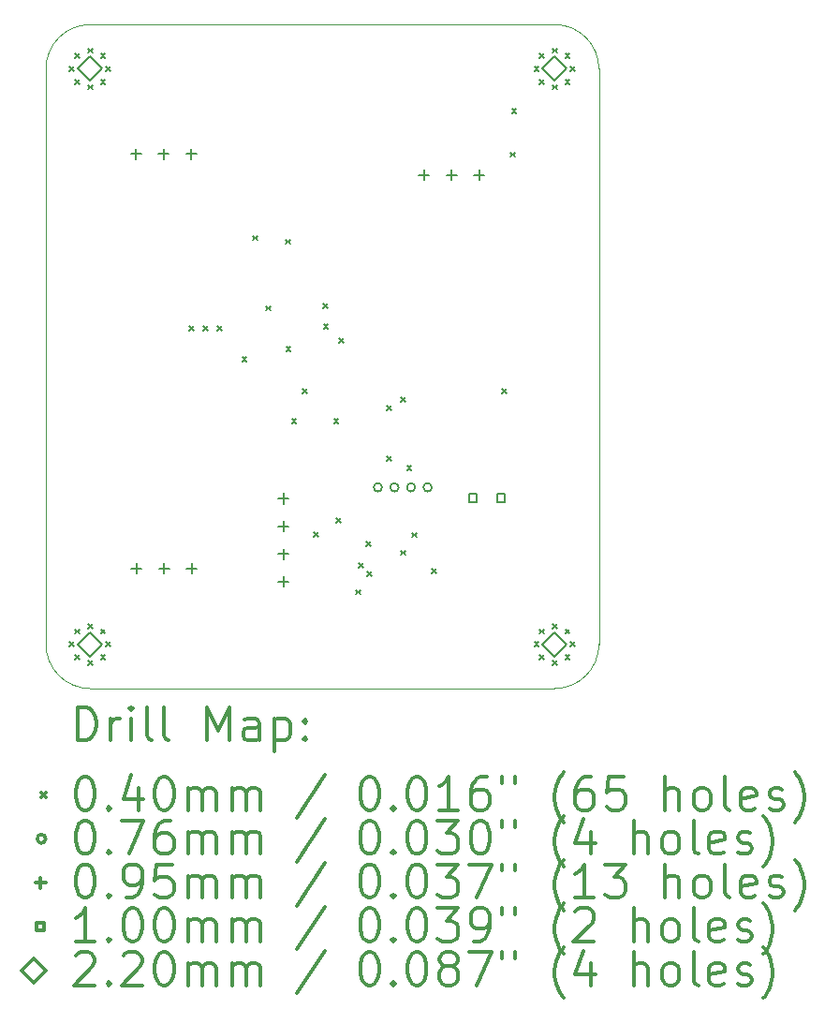
<source format=gbr>
%FSLAX45Y45*%
G04 Gerber Fmt 4.5, Leading zero omitted, Abs format (unit mm)*
G04 Created by KiCad (PCBNEW (5.1.8)-1) date 2021-03-23 12:55:27*
%MOMM*%
%LPD*%
G01*
G04 APERTURE LIST*
%TA.AperFunction,Profile*%
%ADD10C,0.050000*%
%TD*%
%ADD11C,0.200000*%
%ADD12C,0.300000*%
G04 APERTURE END LIST*
D10*
X2200000Y-7600000D02*
G75*
G02*
X1800000Y-7200000I0J400000D01*
G01*
X6800000Y-7200000D02*
G75*
G02*
X6400000Y-7600000I-400000J0D01*
G01*
X6400000Y-1600000D02*
G75*
G02*
X6800000Y-2000000I0J-400000D01*
G01*
X1800000Y-2000000D02*
G75*
G02*
X2200000Y-1600000I400000J0D01*
G01*
X6800000Y-2000000D02*
X6800000Y-7200000D01*
X2200000Y-1600000D02*
X6400000Y-1600000D01*
X2200000Y-7600000D02*
X6400000Y-7600000D01*
X1800000Y-2000000D02*
X1800000Y-7200000D01*
D11*
X3095000Y-4327000D02*
X3135000Y-4367000D01*
X3135000Y-4327000D02*
X3095000Y-4367000D01*
X3095000Y-4327000D02*
X3135000Y-4367000D01*
X3135000Y-4327000D02*
X3095000Y-4367000D01*
X3222000Y-4327000D02*
X3262000Y-4367000D01*
X3262000Y-4327000D02*
X3222000Y-4367000D01*
X3222000Y-4327000D02*
X3262000Y-4367000D01*
X3262000Y-4327000D02*
X3222000Y-4367000D01*
X3349000Y-4327000D02*
X3389000Y-4367000D01*
X3389000Y-4327000D02*
X3349000Y-4367000D01*
X3349000Y-4327000D02*
X3389000Y-4367000D01*
X3389000Y-4327000D02*
X3349000Y-4367000D01*
X3573648Y-4606657D02*
X3613648Y-4646657D01*
X3613648Y-4606657D02*
X3573648Y-4646657D01*
X3674500Y-3509500D02*
X3714500Y-3549500D01*
X3714500Y-3509500D02*
X3674500Y-3549500D01*
X3788800Y-4144500D02*
X3828800Y-4184500D01*
X3828800Y-4144500D02*
X3788800Y-4184500D01*
X3969684Y-3542454D02*
X4009684Y-3582454D01*
X4009684Y-3542454D02*
X3969684Y-3582454D01*
X3973461Y-4514388D02*
X4013461Y-4554388D01*
X4013461Y-4514388D02*
X3973461Y-4554388D01*
X4024383Y-5163925D02*
X4064383Y-5203925D01*
X4064383Y-5163925D02*
X4024383Y-5203925D01*
X4119000Y-4893800D02*
X4159000Y-4933800D01*
X4159000Y-4893800D02*
X4119000Y-4933800D01*
X4220600Y-6189200D02*
X4260600Y-6229200D01*
X4260600Y-6189200D02*
X4220600Y-6229200D01*
X4309500Y-4122500D02*
X4349500Y-4162500D01*
X4349500Y-4122500D02*
X4309500Y-4162500D01*
X4310019Y-4309125D02*
X4350019Y-4349125D01*
X4350019Y-4309125D02*
X4310019Y-4349125D01*
X4405384Y-5163925D02*
X4445384Y-5203925D01*
X4445384Y-5163925D02*
X4405384Y-5203925D01*
X4423800Y-6062200D02*
X4463800Y-6102200D01*
X4463800Y-6062200D02*
X4423800Y-6102200D01*
X4449201Y-4436600D02*
X4489201Y-4476600D01*
X4489201Y-4436600D02*
X4449201Y-4476600D01*
X4601600Y-6708000D02*
X4641600Y-6748000D01*
X4641600Y-6708000D02*
X4601600Y-6748000D01*
X4628100Y-6467500D02*
X4668100Y-6507500D01*
X4668100Y-6467500D02*
X4628100Y-6507500D01*
X4698706Y-6271354D02*
X4738706Y-6311354D01*
X4738706Y-6271354D02*
X4698706Y-6311354D01*
X4703200Y-6541000D02*
X4743200Y-6581000D01*
X4743200Y-6541000D02*
X4703200Y-6581000D01*
X4881000Y-5046200D02*
X4921000Y-5086200D01*
X4921000Y-5046200D02*
X4881000Y-5086200D01*
X4881000Y-5503400D02*
X4921000Y-5543400D01*
X4921000Y-5503400D02*
X4881000Y-5543400D01*
X5008000Y-4970000D02*
X5048000Y-5010000D01*
X5048000Y-4970000D02*
X5008000Y-5010000D01*
X5008000Y-6352500D02*
X5048000Y-6392500D01*
X5048000Y-6352500D02*
X5008000Y-6392500D01*
X5065565Y-5585434D02*
X5105565Y-5625433D01*
X5105565Y-5585434D02*
X5065565Y-5625433D01*
X5109600Y-6191356D02*
X5149600Y-6231356D01*
X5149600Y-6191356D02*
X5109600Y-6231356D01*
X5287400Y-6519400D02*
X5327400Y-6559400D01*
X5327400Y-6519400D02*
X5287400Y-6559400D01*
X5922400Y-4893800D02*
X5962400Y-4933800D01*
X5962400Y-4893800D02*
X5922400Y-4933800D01*
X6002908Y-2755798D02*
X6042908Y-2795798D01*
X6042908Y-2755798D02*
X6002908Y-2795798D01*
X6013121Y-2358758D02*
X6053121Y-2398758D01*
X6053121Y-2358758D02*
X6013121Y-2398758D01*
X6215000Y-1980000D02*
X6255000Y-2020000D01*
X6255000Y-1980000D02*
X6215000Y-2020000D01*
X6263327Y-1863327D02*
X6303327Y-1903327D01*
X6303327Y-1863327D02*
X6263327Y-1903327D01*
X6263327Y-2096673D02*
X6303327Y-2136673D01*
X6303327Y-2096673D02*
X6263327Y-2136673D01*
X6380000Y-1815000D02*
X6420000Y-1855000D01*
X6420000Y-1815000D02*
X6380000Y-1855000D01*
X6380000Y-2145000D02*
X6420000Y-2185000D01*
X6420000Y-2145000D02*
X6380000Y-2185000D01*
X6496673Y-1863327D02*
X6536673Y-1903327D01*
X6536673Y-1863327D02*
X6496673Y-1903327D01*
X6496673Y-2096673D02*
X6536673Y-2136673D01*
X6536673Y-2096673D02*
X6496673Y-2136673D01*
X6545000Y-1980000D02*
X6585000Y-2020000D01*
X6585000Y-1980000D02*
X6545000Y-2020000D01*
X6215000Y-7180000D02*
X6255000Y-7220000D01*
X6255000Y-7180000D02*
X6215000Y-7220000D01*
X6263327Y-7063327D02*
X6303327Y-7103327D01*
X6303327Y-7063327D02*
X6263327Y-7103327D01*
X6263327Y-7296673D02*
X6303327Y-7336673D01*
X6303327Y-7296673D02*
X6263327Y-7336673D01*
X6380000Y-7015000D02*
X6420000Y-7055000D01*
X6420000Y-7015000D02*
X6380000Y-7055000D01*
X6380000Y-7345000D02*
X6420000Y-7385000D01*
X6420000Y-7345000D02*
X6380000Y-7385000D01*
X6496673Y-7063327D02*
X6536673Y-7103327D01*
X6536673Y-7063327D02*
X6496673Y-7103327D01*
X6496673Y-7296673D02*
X6536673Y-7336673D01*
X6536673Y-7296673D02*
X6496673Y-7336673D01*
X6545000Y-7180000D02*
X6585000Y-7220000D01*
X6585000Y-7180000D02*
X6545000Y-7220000D01*
X2015000Y-1980000D02*
X2055000Y-2020000D01*
X2055000Y-1980000D02*
X2015000Y-2020000D01*
X2063327Y-1863327D02*
X2103327Y-1903327D01*
X2103327Y-1863327D02*
X2063327Y-1903327D01*
X2063327Y-2096673D02*
X2103327Y-2136673D01*
X2103327Y-2096673D02*
X2063327Y-2136673D01*
X2180000Y-1815000D02*
X2220000Y-1855000D01*
X2220000Y-1815000D02*
X2180000Y-1855000D01*
X2180000Y-2145000D02*
X2220000Y-2185000D01*
X2220000Y-2145000D02*
X2180000Y-2185000D01*
X2296673Y-1863327D02*
X2336673Y-1903327D01*
X2336673Y-1863327D02*
X2296673Y-1903327D01*
X2296673Y-2096673D02*
X2336673Y-2136673D01*
X2336673Y-2096673D02*
X2296673Y-2136673D01*
X2345000Y-1980000D02*
X2385000Y-2020000D01*
X2385000Y-1980000D02*
X2345000Y-2020000D01*
X2015000Y-7180000D02*
X2055000Y-7220000D01*
X2055000Y-7180000D02*
X2015000Y-7220000D01*
X2063327Y-7063327D02*
X2103327Y-7103327D01*
X2103327Y-7063327D02*
X2063327Y-7103327D01*
X2063327Y-7296673D02*
X2103327Y-7336673D01*
X2103327Y-7296673D02*
X2063327Y-7336673D01*
X2180000Y-7015000D02*
X2220000Y-7055000D01*
X2220000Y-7015000D02*
X2180000Y-7055000D01*
X2180000Y-7345000D02*
X2220000Y-7385000D01*
X2220000Y-7345000D02*
X2180000Y-7385000D01*
X2296673Y-7063327D02*
X2336673Y-7103327D01*
X2336673Y-7063327D02*
X2296673Y-7103327D01*
X2296673Y-7296673D02*
X2336673Y-7336673D01*
X2336673Y-7296673D02*
X2296673Y-7336673D01*
X2345000Y-7180000D02*
X2385000Y-7220000D01*
X2385000Y-7180000D02*
X2345000Y-7220000D01*
X4839100Y-5782200D02*
G75*
G03*
X4839100Y-5782200I-38100J0D01*
G01*
X4989100Y-5782200D02*
G75*
G03*
X4989100Y-5782200I-38100J0D01*
G01*
X5139100Y-5782200D02*
G75*
G03*
X5139100Y-5782200I-38100J0D01*
G01*
X5289100Y-5782200D02*
G75*
G03*
X5289100Y-5782200I-38100J0D01*
G01*
X2615000Y-2720000D02*
X2615000Y-2815000D01*
X2567500Y-2767500D02*
X2662500Y-2767500D01*
X2865000Y-2720000D02*
X2865000Y-2815000D01*
X2817500Y-2767500D02*
X2912500Y-2767500D01*
X3115000Y-2720000D02*
X3115000Y-2815000D01*
X3067500Y-2767500D02*
X3162500Y-2767500D01*
X5218500Y-2910500D02*
X5218500Y-3005500D01*
X5171000Y-2958000D02*
X5266000Y-2958000D01*
X5468500Y-2910500D02*
X5468500Y-3005500D01*
X5421000Y-2958000D02*
X5516000Y-2958000D01*
X5718500Y-2910500D02*
X5718500Y-3005500D01*
X5671000Y-2958000D02*
X5766000Y-2958000D01*
X2619000Y-6466500D02*
X2619000Y-6561500D01*
X2571500Y-6514000D02*
X2666500Y-6514000D01*
X2869000Y-6466500D02*
X2869000Y-6561500D01*
X2821500Y-6514000D02*
X2916500Y-6514000D01*
X3119000Y-6466500D02*
X3119000Y-6561500D01*
X3071500Y-6514000D02*
X3166500Y-6514000D01*
X3948500Y-5835500D02*
X3948500Y-5930500D01*
X3901000Y-5883000D02*
X3996000Y-5883000D01*
X3948500Y-6085500D02*
X3948500Y-6180500D01*
X3901000Y-6133000D02*
X3996000Y-6133000D01*
X3948500Y-6335500D02*
X3948500Y-6430500D01*
X3901000Y-6383000D02*
X3996000Y-6383000D01*
X3948500Y-6585500D02*
X3948500Y-6680500D01*
X3901000Y-6633000D02*
X3996000Y-6633000D01*
X5698356Y-5914356D02*
X5698356Y-5843644D01*
X5627644Y-5843644D01*
X5627644Y-5914356D01*
X5698356Y-5914356D01*
X5952356Y-5914356D02*
X5952356Y-5843644D01*
X5881644Y-5843644D01*
X5881644Y-5914356D01*
X5952356Y-5914356D01*
X2200000Y-2110000D02*
X2310000Y-2000000D01*
X2200000Y-1890000D01*
X2090000Y-2000000D01*
X2200000Y-2110000D01*
X2200000Y-7310000D02*
X2310000Y-7200000D01*
X2200000Y-7090000D01*
X2090000Y-7200000D01*
X2200000Y-7310000D01*
X6400000Y-2110000D02*
X6510000Y-2000000D01*
X6400000Y-1890000D01*
X6290000Y-2000000D01*
X6400000Y-2110000D01*
X6400000Y-7310000D02*
X6510000Y-7200000D01*
X6400000Y-7090000D01*
X6290000Y-7200000D01*
X6400000Y-7310000D01*
D12*
X2083928Y-8068214D02*
X2083928Y-7768214D01*
X2155357Y-7768214D01*
X2198214Y-7782500D01*
X2226786Y-7811071D01*
X2241071Y-7839643D01*
X2255357Y-7896786D01*
X2255357Y-7939643D01*
X2241071Y-7996786D01*
X2226786Y-8025357D01*
X2198214Y-8053929D01*
X2155357Y-8068214D01*
X2083928Y-8068214D01*
X2383928Y-8068214D02*
X2383928Y-7868214D01*
X2383928Y-7925357D02*
X2398214Y-7896786D01*
X2412500Y-7882500D01*
X2441071Y-7868214D01*
X2469643Y-7868214D01*
X2569643Y-8068214D02*
X2569643Y-7868214D01*
X2569643Y-7768214D02*
X2555357Y-7782500D01*
X2569643Y-7796786D01*
X2583928Y-7782500D01*
X2569643Y-7768214D01*
X2569643Y-7796786D01*
X2755357Y-8068214D02*
X2726786Y-8053929D01*
X2712500Y-8025357D01*
X2712500Y-7768214D01*
X2912500Y-8068214D02*
X2883928Y-8053929D01*
X2869643Y-8025357D01*
X2869643Y-7768214D01*
X3255357Y-8068214D02*
X3255357Y-7768214D01*
X3355357Y-7982500D01*
X3455357Y-7768214D01*
X3455357Y-8068214D01*
X3726786Y-8068214D02*
X3726786Y-7911071D01*
X3712500Y-7882500D01*
X3683928Y-7868214D01*
X3626786Y-7868214D01*
X3598214Y-7882500D01*
X3726786Y-8053929D02*
X3698214Y-8068214D01*
X3626786Y-8068214D01*
X3598214Y-8053929D01*
X3583928Y-8025357D01*
X3583928Y-7996786D01*
X3598214Y-7968214D01*
X3626786Y-7953929D01*
X3698214Y-7953929D01*
X3726786Y-7939643D01*
X3869643Y-7868214D02*
X3869643Y-8168214D01*
X3869643Y-7882500D02*
X3898214Y-7868214D01*
X3955357Y-7868214D01*
X3983928Y-7882500D01*
X3998214Y-7896786D01*
X4012500Y-7925357D01*
X4012500Y-8011071D01*
X3998214Y-8039643D01*
X3983928Y-8053929D01*
X3955357Y-8068214D01*
X3898214Y-8068214D01*
X3869643Y-8053929D01*
X4141071Y-8039643D02*
X4155357Y-8053929D01*
X4141071Y-8068214D01*
X4126786Y-8053929D01*
X4141071Y-8039643D01*
X4141071Y-8068214D01*
X4141071Y-7882500D02*
X4155357Y-7896786D01*
X4141071Y-7911071D01*
X4126786Y-7896786D01*
X4141071Y-7882500D01*
X4141071Y-7911071D01*
X1757500Y-8542500D02*
X1797500Y-8582500D01*
X1797500Y-8542500D02*
X1757500Y-8582500D01*
X2141071Y-8398214D02*
X2169643Y-8398214D01*
X2198214Y-8412500D01*
X2212500Y-8426786D01*
X2226786Y-8455357D01*
X2241071Y-8512500D01*
X2241071Y-8583929D01*
X2226786Y-8641072D01*
X2212500Y-8669643D01*
X2198214Y-8683929D01*
X2169643Y-8698214D01*
X2141071Y-8698214D01*
X2112500Y-8683929D01*
X2098214Y-8669643D01*
X2083928Y-8641072D01*
X2069643Y-8583929D01*
X2069643Y-8512500D01*
X2083928Y-8455357D01*
X2098214Y-8426786D01*
X2112500Y-8412500D01*
X2141071Y-8398214D01*
X2369643Y-8669643D02*
X2383928Y-8683929D01*
X2369643Y-8698214D01*
X2355357Y-8683929D01*
X2369643Y-8669643D01*
X2369643Y-8698214D01*
X2641071Y-8498214D02*
X2641071Y-8698214D01*
X2569643Y-8383929D02*
X2498214Y-8598214D01*
X2683928Y-8598214D01*
X2855357Y-8398214D02*
X2883928Y-8398214D01*
X2912500Y-8412500D01*
X2926786Y-8426786D01*
X2941071Y-8455357D01*
X2955357Y-8512500D01*
X2955357Y-8583929D01*
X2941071Y-8641072D01*
X2926786Y-8669643D01*
X2912500Y-8683929D01*
X2883928Y-8698214D01*
X2855357Y-8698214D01*
X2826786Y-8683929D01*
X2812500Y-8669643D01*
X2798214Y-8641072D01*
X2783928Y-8583929D01*
X2783928Y-8512500D01*
X2798214Y-8455357D01*
X2812500Y-8426786D01*
X2826786Y-8412500D01*
X2855357Y-8398214D01*
X3083928Y-8698214D02*
X3083928Y-8498214D01*
X3083928Y-8526786D02*
X3098214Y-8512500D01*
X3126786Y-8498214D01*
X3169643Y-8498214D01*
X3198214Y-8512500D01*
X3212500Y-8541072D01*
X3212500Y-8698214D01*
X3212500Y-8541072D02*
X3226786Y-8512500D01*
X3255357Y-8498214D01*
X3298214Y-8498214D01*
X3326786Y-8512500D01*
X3341071Y-8541072D01*
X3341071Y-8698214D01*
X3483928Y-8698214D02*
X3483928Y-8498214D01*
X3483928Y-8526786D02*
X3498214Y-8512500D01*
X3526786Y-8498214D01*
X3569643Y-8498214D01*
X3598214Y-8512500D01*
X3612500Y-8541072D01*
X3612500Y-8698214D01*
X3612500Y-8541072D02*
X3626786Y-8512500D01*
X3655357Y-8498214D01*
X3698214Y-8498214D01*
X3726786Y-8512500D01*
X3741071Y-8541072D01*
X3741071Y-8698214D01*
X4326786Y-8383929D02*
X4069643Y-8769643D01*
X4712500Y-8398214D02*
X4741071Y-8398214D01*
X4769643Y-8412500D01*
X4783928Y-8426786D01*
X4798214Y-8455357D01*
X4812500Y-8512500D01*
X4812500Y-8583929D01*
X4798214Y-8641072D01*
X4783928Y-8669643D01*
X4769643Y-8683929D01*
X4741071Y-8698214D01*
X4712500Y-8698214D01*
X4683928Y-8683929D01*
X4669643Y-8669643D01*
X4655357Y-8641072D01*
X4641071Y-8583929D01*
X4641071Y-8512500D01*
X4655357Y-8455357D01*
X4669643Y-8426786D01*
X4683928Y-8412500D01*
X4712500Y-8398214D01*
X4941071Y-8669643D02*
X4955357Y-8683929D01*
X4941071Y-8698214D01*
X4926786Y-8683929D01*
X4941071Y-8669643D01*
X4941071Y-8698214D01*
X5141071Y-8398214D02*
X5169643Y-8398214D01*
X5198214Y-8412500D01*
X5212500Y-8426786D01*
X5226786Y-8455357D01*
X5241071Y-8512500D01*
X5241071Y-8583929D01*
X5226786Y-8641072D01*
X5212500Y-8669643D01*
X5198214Y-8683929D01*
X5169643Y-8698214D01*
X5141071Y-8698214D01*
X5112500Y-8683929D01*
X5098214Y-8669643D01*
X5083928Y-8641072D01*
X5069643Y-8583929D01*
X5069643Y-8512500D01*
X5083928Y-8455357D01*
X5098214Y-8426786D01*
X5112500Y-8412500D01*
X5141071Y-8398214D01*
X5526786Y-8698214D02*
X5355357Y-8698214D01*
X5441071Y-8698214D02*
X5441071Y-8398214D01*
X5412500Y-8441072D01*
X5383928Y-8469643D01*
X5355357Y-8483929D01*
X5783928Y-8398214D02*
X5726786Y-8398214D01*
X5698214Y-8412500D01*
X5683928Y-8426786D01*
X5655357Y-8469643D01*
X5641071Y-8526786D01*
X5641071Y-8641072D01*
X5655357Y-8669643D01*
X5669643Y-8683929D01*
X5698214Y-8698214D01*
X5755357Y-8698214D01*
X5783928Y-8683929D01*
X5798214Y-8669643D01*
X5812500Y-8641072D01*
X5812500Y-8569643D01*
X5798214Y-8541072D01*
X5783928Y-8526786D01*
X5755357Y-8512500D01*
X5698214Y-8512500D01*
X5669643Y-8526786D01*
X5655357Y-8541072D01*
X5641071Y-8569643D01*
X5926786Y-8398214D02*
X5926786Y-8455357D01*
X6041071Y-8398214D02*
X6041071Y-8455357D01*
X6483928Y-8812500D02*
X6469643Y-8798214D01*
X6441071Y-8755357D01*
X6426786Y-8726786D01*
X6412500Y-8683929D01*
X6398214Y-8612500D01*
X6398214Y-8555357D01*
X6412500Y-8483929D01*
X6426786Y-8441072D01*
X6441071Y-8412500D01*
X6469643Y-8369643D01*
X6483928Y-8355357D01*
X6726786Y-8398214D02*
X6669643Y-8398214D01*
X6641071Y-8412500D01*
X6626786Y-8426786D01*
X6598214Y-8469643D01*
X6583928Y-8526786D01*
X6583928Y-8641072D01*
X6598214Y-8669643D01*
X6612500Y-8683929D01*
X6641071Y-8698214D01*
X6698214Y-8698214D01*
X6726786Y-8683929D01*
X6741071Y-8669643D01*
X6755357Y-8641072D01*
X6755357Y-8569643D01*
X6741071Y-8541072D01*
X6726786Y-8526786D01*
X6698214Y-8512500D01*
X6641071Y-8512500D01*
X6612500Y-8526786D01*
X6598214Y-8541072D01*
X6583928Y-8569643D01*
X7026786Y-8398214D02*
X6883928Y-8398214D01*
X6869643Y-8541072D01*
X6883928Y-8526786D01*
X6912500Y-8512500D01*
X6983928Y-8512500D01*
X7012500Y-8526786D01*
X7026786Y-8541072D01*
X7041071Y-8569643D01*
X7041071Y-8641072D01*
X7026786Y-8669643D01*
X7012500Y-8683929D01*
X6983928Y-8698214D01*
X6912500Y-8698214D01*
X6883928Y-8683929D01*
X6869643Y-8669643D01*
X7398214Y-8698214D02*
X7398214Y-8398214D01*
X7526786Y-8698214D02*
X7526786Y-8541072D01*
X7512500Y-8512500D01*
X7483928Y-8498214D01*
X7441071Y-8498214D01*
X7412500Y-8512500D01*
X7398214Y-8526786D01*
X7712500Y-8698214D02*
X7683928Y-8683929D01*
X7669643Y-8669643D01*
X7655357Y-8641072D01*
X7655357Y-8555357D01*
X7669643Y-8526786D01*
X7683928Y-8512500D01*
X7712500Y-8498214D01*
X7755357Y-8498214D01*
X7783928Y-8512500D01*
X7798214Y-8526786D01*
X7812500Y-8555357D01*
X7812500Y-8641072D01*
X7798214Y-8669643D01*
X7783928Y-8683929D01*
X7755357Y-8698214D01*
X7712500Y-8698214D01*
X7983928Y-8698214D02*
X7955357Y-8683929D01*
X7941071Y-8655357D01*
X7941071Y-8398214D01*
X8212500Y-8683929D02*
X8183928Y-8698214D01*
X8126786Y-8698214D01*
X8098214Y-8683929D01*
X8083928Y-8655357D01*
X8083928Y-8541072D01*
X8098214Y-8512500D01*
X8126786Y-8498214D01*
X8183928Y-8498214D01*
X8212500Y-8512500D01*
X8226786Y-8541072D01*
X8226786Y-8569643D01*
X8083928Y-8598214D01*
X8341071Y-8683929D02*
X8369643Y-8698214D01*
X8426786Y-8698214D01*
X8455357Y-8683929D01*
X8469643Y-8655357D01*
X8469643Y-8641072D01*
X8455357Y-8612500D01*
X8426786Y-8598214D01*
X8383928Y-8598214D01*
X8355357Y-8583929D01*
X8341071Y-8555357D01*
X8341071Y-8541072D01*
X8355357Y-8512500D01*
X8383928Y-8498214D01*
X8426786Y-8498214D01*
X8455357Y-8512500D01*
X8569643Y-8812500D02*
X8583928Y-8798214D01*
X8612500Y-8755357D01*
X8626786Y-8726786D01*
X8641071Y-8683929D01*
X8655357Y-8612500D01*
X8655357Y-8555357D01*
X8641071Y-8483929D01*
X8626786Y-8441072D01*
X8612500Y-8412500D01*
X8583928Y-8369643D01*
X8569643Y-8355357D01*
X1797500Y-8958500D02*
G75*
G03*
X1797500Y-8958500I-38100J0D01*
G01*
X2141071Y-8794214D02*
X2169643Y-8794214D01*
X2198214Y-8808500D01*
X2212500Y-8822786D01*
X2226786Y-8851357D01*
X2241071Y-8908500D01*
X2241071Y-8979929D01*
X2226786Y-9037072D01*
X2212500Y-9065643D01*
X2198214Y-9079929D01*
X2169643Y-9094214D01*
X2141071Y-9094214D01*
X2112500Y-9079929D01*
X2098214Y-9065643D01*
X2083928Y-9037072D01*
X2069643Y-8979929D01*
X2069643Y-8908500D01*
X2083928Y-8851357D01*
X2098214Y-8822786D01*
X2112500Y-8808500D01*
X2141071Y-8794214D01*
X2369643Y-9065643D02*
X2383928Y-9079929D01*
X2369643Y-9094214D01*
X2355357Y-9079929D01*
X2369643Y-9065643D01*
X2369643Y-9094214D01*
X2483928Y-8794214D02*
X2683928Y-8794214D01*
X2555357Y-9094214D01*
X2926786Y-8794214D02*
X2869643Y-8794214D01*
X2841071Y-8808500D01*
X2826786Y-8822786D01*
X2798214Y-8865643D01*
X2783928Y-8922786D01*
X2783928Y-9037072D01*
X2798214Y-9065643D01*
X2812500Y-9079929D01*
X2841071Y-9094214D01*
X2898214Y-9094214D01*
X2926786Y-9079929D01*
X2941071Y-9065643D01*
X2955357Y-9037072D01*
X2955357Y-8965643D01*
X2941071Y-8937072D01*
X2926786Y-8922786D01*
X2898214Y-8908500D01*
X2841071Y-8908500D01*
X2812500Y-8922786D01*
X2798214Y-8937072D01*
X2783928Y-8965643D01*
X3083928Y-9094214D02*
X3083928Y-8894214D01*
X3083928Y-8922786D02*
X3098214Y-8908500D01*
X3126786Y-8894214D01*
X3169643Y-8894214D01*
X3198214Y-8908500D01*
X3212500Y-8937072D01*
X3212500Y-9094214D01*
X3212500Y-8937072D02*
X3226786Y-8908500D01*
X3255357Y-8894214D01*
X3298214Y-8894214D01*
X3326786Y-8908500D01*
X3341071Y-8937072D01*
X3341071Y-9094214D01*
X3483928Y-9094214D02*
X3483928Y-8894214D01*
X3483928Y-8922786D02*
X3498214Y-8908500D01*
X3526786Y-8894214D01*
X3569643Y-8894214D01*
X3598214Y-8908500D01*
X3612500Y-8937072D01*
X3612500Y-9094214D01*
X3612500Y-8937072D02*
X3626786Y-8908500D01*
X3655357Y-8894214D01*
X3698214Y-8894214D01*
X3726786Y-8908500D01*
X3741071Y-8937072D01*
X3741071Y-9094214D01*
X4326786Y-8779929D02*
X4069643Y-9165643D01*
X4712500Y-8794214D02*
X4741071Y-8794214D01*
X4769643Y-8808500D01*
X4783928Y-8822786D01*
X4798214Y-8851357D01*
X4812500Y-8908500D01*
X4812500Y-8979929D01*
X4798214Y-9037072D01*
X4783928Y-9065643D01*
X4769643Y-9079929D01*
X4741071Y-9094214D01*
X4712500Y-9094214D01*
X4683928Y-9079929D01*
X4669643Y-9065643D01*
X4655357Y-9037072D01*
X4641071Y-8979929D01*
X4641071Y-8908500D01*
X4655357Y-8851357D01*
X4669643Y-8822786D01*
X4683928Y-8808500D01*
X4712500Y-8794214D01*
X4941071Y-9065643D02*
X4955357Y-9079929D01*
X4941071Y-9094214D01*
X4926786Y-9079929D01*
X4941071Y-9065643D01*
X4941071Y-9094214D01*
X5141071Y-8794214D02*
X5169643Y-8794214D01*
X5198214Y-8808500D01*
X5212500Y-8822786D01*
X5226786Y-8851357D01*
X5241071Y-8908500D01*
X5241071Y-8979929D01*
X5226786Y-9037072D01*
X5212500Y-9065643D01*
X5198214Y-9079929D01*
X5169643Y-9094214D01*
X5141071Y-9094214D01*
X5112500Y-9079929D01*
X5098214Y-9065643D01*
X5083928Y-9037072D01*
X5069643Y-8979929D01*
X5069643Y-8908500D01*
X5083928Y-8851357D01*
X5098214Y-8822786D01*
X5112500Y-8808500D01*
X5141071Y-8794214D01*
X5341071Y-8794214D02*
X5526786Y-8794214D01*
X5426786Y-8908500D01*
X5469643Y-8908500D01*
X5498214Y-8922786D01*
X5512500Y-8937072D01*
X5526786Y-8965643D01*
X5526786Y-9037072D01*
X5512500Y-9065643D01*
X5498214Y-9079929D01*
X5469643Y-9094214D01*
X5383928Y-9094214D01*
X5355357Y-9079929D01*
X5341071Y-9065643D01*
X5712500Y-8794214D02*
X5741071Y-8794214D01*
X5769643Y-8808500D01*
X5783928Y-8822786D01*
X5798214Y-8851357D01*
X5812500Y-8908500D01*
X5812500Y-8979929D01*
X5798214Y-9037072D01*
X5783928Y-9065643D01*
X5769643Y-9079929D01*
X5741071Y-9094214D01*
X5712500Y-9094214D01*
X5683928Y-9079929D01*
X5669643Y-9065643D01*
X5655357Y-9037072D01*
X5641071Y-8979929D01*
X5641071Y-8908500D01*
X5655357Y-8851357D01*
X5669643Y-8822786D01*
X5683928Y-8808500D01*
X5712500Y-8794214D01*
X5926786Y-8794214D02*
X5926786Y-8851357D01*
X6041071Y-8794214D02*
X6041071Y-8851357D01*
X6483928Y-9208500D02*
X6469643Y-9194214D01*
X6441071Y-9151357D01*
X6426786Y-9122786D01*
X6412500Y-9079929D01*
X6398214Y-9008500D01*
X6398214Y-8951357D01*
X6412500Y-8879929D01*
X6426786Y-8837072D01*
X6441071Y-8808500D01*
X6469643Y-8765643D01*
X6483928Y-8751357D01*
X6726786Y-8894214D02*
X6726786Y-9094214D01*
X6655357Y-8779929D02*
X6583928Y-8994214D01*
X6769643Y-8994214D01*
X7112500Y-9094214D02*
X7112500Y-8794214D01*
X7241071Y-9094214D02*
X7241071Y-8937072D01*
X7226786Y-8908500D01*
X7198214Y-8894214D01*
X7155357Y-8894214D01*
X7126786Y-8908500D01*
X7112500Y-8922786D01*
X7426786Y-9094214D02*
X7398214Y-9079929D01*
X7383928Y-9065643D01*
X7369643Y-9037072D01*
X7369643Y-8951357D01*
X7383928Y-8922786D01*
X7398214Y-8908500D01*
X7426786Y-8894214D01*
X7469643Y-8894214D01*
X7498214Y-8908500D01*
X7512500Y-8922786D01*
X7526786Y-8951357D01*
X7526786Y-9037072D01*
X7512500Y-9065643D01*
X7498214Y-9079929D01*
X7469643Y-9094214D01*
X7426786Y-9094214D01*
X7698214Y-9094214D02*
X7669643Y-9079929D01*
X7655357Y-9051357D01*
X7655357Y-8794214D01*
X7926786Y-9079929D02*
X7898214Y-9094214D01*
X7841071Y-9094214D01*
X7812500Y-9079929D01*
X7798214Y-9051357D01*
X7798214Y-8937072D01*
X7812500Y-8908500D01*
X7841071Y-8894214D01*
X7898214Y-8894214D01*
X7926786Y-8908500D01*
X7941071Y-8937072D01*
X7941071Y-8965643D01*
X7798214Y-8994214D01*
X8055357Y-9079929D02*
X8083928Y-9094214D01*
X8141071Y-9094214D01*
X8169643Y-9079929D01*
X8183928Y-9051357D01*
X8183928Y-9037072D01*
X8169643Y-9008500D01*
X8141071Y-8994214D01*
X8098214Y-8994214D01*
X8069643Y-8979929D01*
X8055357Y-8951357D01*
X8055357Y-8937072D01*
X8069643Y-8908500D01*
X8098214Y-8894214D01*
X8141071Y-8894214D01*
X8169643Y-8908500D01*
X8283928Y-9208500D02*
X8298214Y-9194214D01*
X8326786Y-9151357D01*
X8341071Y-9122786D01*
X8355357Y-9079929D01*
X8369643Y-9008500D01*
X8369643Y-8951357D01*
X8355357Y-8879929D01*
X8341071Y-8837072D01*
X8326786Y-8808500D01*
X8298214Y-8765643D01*
X8283928Y-8751357D01*
X1750000Y-9307000D02*
X1750000Y-9402000D01*
X1702500Y-9354500D02*
X1797500Y-9354500D01*
X2141071Y-9190214D02*
X2169643Y-9190214D01*
X2198214Y-9204500D01*
X2212500Y-9218786D01*
X2226786Y-9247357D01*
X2241071Y-9304500D01*
X2241071Y-9375929D01*
X2226786Y-9433072D01*
X2212500Y-9461643D01*
X2198214Y-9475929D01*
X2169643Y-9490214D01*
X2141071Y-9490214D01*
X2112500Y-9475929D01*
X2098214Y-9461643D01*
X2083928Y-9433072D01*
X2069643Y-9375929D01*
X2069643Y-9304500D01*
X2083928Y-9247357D01*
X2098214Y-9218786D01*
X2112500Y-9204500D01*
X2141071Y-9190214D01*
X2369643Y-9461643D02*
X2383928Y-9475929D01*
X2369643Y-9490214D01*
X2355357Y-9475929D01*
X2369643Y-9461643D01*
X2369643Y-9490214D01*
X2526786Y-9490214D02*
X2583928Y-9490214D01*
X2612500Y-9475929D01*
X2626786Y-9461643D01*
X2655357Y-9418786D01*
X2669643Y-9361643D01*
X2669643Y-9247357D01*
X2655357Y-9218786D01*
X2641071Y-9204500D01*
X2612500Y-9190214D01*
X2555357Y-9190214D01*
X2526786Y-9204500D01*
X2512500Y-9218786D01*
X2498214Y-9247357D01*
X2498214Y-9318786D01*
X2512500Y-9347357D01*
X2526786Y-9361643D01*
X2555357Y-9375929D01*
X2612500Y-9375929D01*
X2641071Y-9361643D01*
X2655357Y-9347357D01*
X2669643Y-9318786D01*
X2941071Y-9190214D02*
X2798214Y-9190214D01*
X2783928Y-9333072D01*
X2798214Y-9318786D01*
X2826786Y-9304500D01*
X2898214Y-9304500D01*
X2926786Y-9318786D01*
X2941071Y-9333072D01*
X2955357Y-9361643D01*
X2955357Y-9433072D01*
X2941071Y-9461643D01*
X2926786Y-9475929D01*
X2898214Y-9490214D01*
X2826786Y-9490214D01*
X2798214Y-9475929D01*
X2783928Y-9461643D01*
X3083928Y-9490214D02*
X3083928Y-9290214D01*
X3083928Y-9318786D02*
X3098214Y-9304500D01*
X3126786Y-9290214D01*
X3169643Y-9290214D01*
X3198214Y-9304500D01*
X3212500Y-9333072D01*
X3212500Y-9490214D01*
X3212500Y-9333072D02*
X3226786Y-9304500D01*
X3255357Y-9290214D01*
X3298214Y-9290214D01*
X3326786Y-9304500D01*
X3341071Y-9333072D01*
X3341071Y-9490214D01*
X3483928Y-9490214D02*
X3483928Y-9290214D01*
X3483928Y-9318786D02*
X3498214Y-9304500D01*
X3526786Y-9290214D01*
X3569643Y-9290214D01*
X3598214Y-9304500D01*
X3612500Y-9333072D01*
X3612500Y-9490214D01*
X3612500Y-9333072D02*
X3626786Y-9304500D01*
X3655357Y-9290214D01*
X3698214Y-9290214D01*
X3726786Y-9304500D01*
X3741071Y-9333072D01*
X3741071Y-9490214D01*
X4326786Y-9175929D02*
X4069643Y-9561643D01*
X4712500Y-9190214D02*
X4741071Y-9190214D01*
X4769643Y-9204500D01*
X4783928Y-9218786D01*
X4798214Y-9247357D01*
X4812500Y-9304500D01*
X4812500Y-9375929D01*
X4798214Y-9433072D01*
X4783928Y-9461643D01*
X4769643Y-9475929D01*
X4741071Y-9490214D01*
X4712500Y-9490214D01*
X4683928Y-9475929D01*
X4669643Y-9461643D01*
X4655357Y-9433072D01*
X4641071Y-9375929D01*
X4641071Y-9304500D01*
X4655357Y-9247357D01*
X4669643Y-9218786D01*
X4683928Y-9204500D01*
X4712500Y-9190214D01*
X4941071Y-9461643D02*
X4955357Y-9475929D01*
X4941071Y-9490214D01*
X4926786Y-9475929D01*
X4941071Y-9461643D01*
X4941071Y-9490214D01*
X5141071Y-9190214D02*
X5169643Y-9190214D01*
X5198214Y-9204500D01*
X5212500Y-9218786D01*
X5226786Y-9247357D01*
X5241071Y-9304500D01*
X5241071Y-9375929D01*
X5226786Y-9433072D01*
X5212500Y-9461643D01*
X5198214Y-9475929D01*
X5169643Y-9490214D01*
X5141071Y-9490214D01*
X5112500Y-9475929D01*
X5098214Y-9461643D01*
X5083928Y-9433072D01*
X5069643Y-9375929D01*
X5069643Y-9304500D01*
X5083928Y-9247357D01*
X5098214Y-9218786D01*
X5112500Y-9204500D01*
X5141071Y-9190214D01*
X5341071Y-9190214D02*
X5526786Y-9190214D01*
X5426786Y-9304500D01*
X5469643Y-9304500D01*
X5498214Y-9318786D01*
X5512500Y-9333072D01*
X5526786Y-9361643D01*
X5526786Y-9433072D01*
X5512500Y-9461643D01*
X5498214Y-9475929D01*
X5469643Y-9490214D01*
X5383928Y-9490214D01*
X5355357Y-9475929D01*
X5341071Y-9461643D01*
X5626786Y-9190214D02*
X5826786Y-9190214D01*
X5698214Y-9490214D01*
X5926786Y-9190214D02*
X5926786Y-9247357D01*
X6041071Y-9190214D02*
X6041071Y-9247357D01*
X6483928Y-9604500D02*
X6469643Y-9590214D01*
X6441071Y-9547357D01*
X6426786Y-9518786D01*
X6412500Y-9475929D01*
X6398214Y-9404500D01*
X6398214Y-9347357D01*
X6412500Y-9275929D01*
X6426786Y-9233072D01*
X6441071Y-9204500D01*
X6469643Y-9161643D01*
X6483928Y-9147357D01*
X6755357Y-9490214D02*
X6583928Y-9490214D01*
X6669643Y-9490214D02*
X6669643Y-9190214D01*
X6641071Y-9233072D01*
X6612500Y-9261643D01*
X6583928Y-9275929D01*
X6855357Y-9190214D02*
X7041071Y-9190214D01*
X6941071Y-9304500D01*
X6983928Y-9304500D01*
X7012500Y-9318786D01*
X7026786Y-9333072D01*
X7041071Y-9361643D01*
X7041071Y-9433072D01*
X7026786Y-9461643D01*
X7012500Y-9475929D01*
X6983928Y-9490214D01*
X6898214Y-9490214D01*
X6869643Y-9475929D01*
X6855357Y-9461643D01*
X7398214Y-9490214D02*
X7398214Y-9190214D01*
X7526786Y-9490214D02*
X7526786Y-9333072D01*
X7512500Y-9304500D01*
X7483928Y-9290214D01*
X7441071Y-9290214D01*
X7412500Y-9304500D01*
X7398214Y-9318786D01*
X7712500Y-9490214D02*
X7683928Y-9475929D01*
X7669643Y-9461643D01*
X7655357Y-9433072D01*
X7655357Y-9347357D01*
X7669643Y-9318786D01*
X7683928Y-9304500D01*
X7712500Y-9290214D01*
X7755357Y-9290214D01*
X7783928Y-9304500D01*
X7798214Y-9318786D01*
X7812500Y-9347357D01*
X7812500Y-9433072D01*
X7798214Y-9461643D01*
X7783928Y-9475929D01*
X7755357Y-9490214D01*
X7712500Y-9490214D01*
X7983928Y-9490214D02*
X7955357Y-9475929D01*
X7941071Y-9447357D01*
X7941071Y-9190214D01*
X8212500Y-9475929D02*
X8183928Y-9490214D01*
X8126786Y-9490214D01*
X8098214Y-9475929D01*
X8083928Y-9447357D01*
X8083928Y-9333072D01*
X8098214Y-9304500D01*
X8126786Y-9290214D01*
X8183928Y-9290214D01*
X8212500Y-9304500D01*
X8226786Y-9333072D01*
X8226786Y-9361643D01*
X8083928Y-9390214D01*
X8341071Y-9475929D02*
X8369643Y-9490214D01*
X8426786Y-9490214D01*
X8455357Y-9475929D01*
X8469643Y-9447357D01*
X8469643Y-9433072D01*
X8455357Y-9404500D01*
X8426786Y-9390214D01*
X8383928Y-9390214D01*
X8355357Y-9375929D01*
X8341071Y-9347357D01*
X8341071Y-9333072D01*
X8355357Y-9304500D01*
X8383928Y-9290214D01*
X8426786Y-9290214D01*
X8455357Y-9304500D01*
X8569643Y-9604500D02*
X8583928Y-9590214D01*
X8612500Y-9547357D01*
X8626786Y-9518786D01*
X8641071Y-9475929D01*
X8655357Y-9404500D01*
X8655357Y-9347357D01*
X8641071Y-9275929D01*
X8626786Y-9233072D01*
X8612500Y-9204500D01*
X8583928Y-9161643D01*
X8569643Y-9147357D01*
X1782856Y-9785856D02*
X1782856Y-9715144D01*
X1712144Y-9715144D01*
X1712144Y-9785856D01*
X1782856Y-9785856D01*
X2241071Y-9886214D02*
X2069643Y-9886214D01*
X2155357Y-9886214D02*
X2155357Y-9586214D01*
X2126786Y-9629072D01*
X2098214Y-9657643D01*
X2069643Y-9671929D01*
X2369643Y-9857643D02*
X2383928Y-9871929D01*
X2369643Y-9886214D01*
X2355357Y-9871929D01*
X2369643Y-9857643D01*
X2369643Y-9886214D01*
X2569643Y-9586214D02*
X2598214Y-9586214D01*
X2626786Y-9600500D01*
X2641071Y-9614786D01*
X2655357Y-9643357D01*
X2669643Y-9700500D01*
X2669643Y-9771929D01*
X2655357Y-9829072D01*
X2641071Y-9857643D01*
X2626786Y-9871929D01*
X2598214Y-9886214D01*
X2569643Y-9886214D01*
X2541071Y-9871929D01*
X2526786Y-9857643D01*
X2512500Y-9829072D01*
X2498214Y-9771929D01*
X2498214Y-9700500D01*
X2512500Y-9643357D01*
X2526786Y-9614786D01*
X2541071Y-9600500D01*
X2569643Y-9586214D01*
X2855357Y-9586214D02*
X2883928Y-9586214D01*
X2912500Y-9600500D01*
X2926786Y-9614786D01*
X2941071Y-9643357D01*
X2955357Y-9700500D01*
X2955357Y-9771929D01*
X2941071Y-9829072D01*
X2926786Y-9857643D01*
X2912500Y-9871929D01*
X2883928Y-9886214D01*
X2855357Y-9886214D01*
X2826786Y-9871929D01*
X2812500Y-9857643D01*
X2798214Y-9829072D01*
X2783928Y-9771929D01*
X2783928Y-9700500D01*
X2798214Y-9643357D01*
X2812500Y-9614786D01*
X2826786Y-9600500D01*
X2855357Y-9586214D01*
X3083928Y-9886214D02*
X3083928Y-9686214D01*
X3083928Y-9714786D02*
X3098214Y-9700500D01*
X3126786Y-9686214D01*
X3169643Y-9686214D01*
X3198214Y-9700500D01*
X3212500Y-9729072D01*
X3212500Y-9886214D01*
X3212500Y-9729072D02*
X3226786Y-9700500D01*
X3255357Y-9686214D01*
X3298214Y-9686214D01*
X3326786Y-9700500D01*
X3341071Y-9729072D01*
X3341071Y-9886214D01*
X3483928Y-9886214D02*
X3483928Y-9686214D01*
X3483928Y-9714786D02*
X3498214Y-9700500D01*
X3526786Y-9686214D01*
X3569643Y-9686214D01*
X3598214Y-9700500D01*
X3612500Y-9729072D01*
X3612500Y-9886214D01*
X3612500Y-9729072D02*
X3626786Y-9700500D01*
X3655357Y-9686214D01*
X3698214Y-9686214D01*
X3726786Y-9700500D01*
X3741071Y-9729072D01*
X3741071Y-9886214D01*
X4326786Y-9571929D02*
X4069643Y-9957643D01*
X4712500Y-9586214D02*
X4741071Y-9586214D01*
X4769643Y-9600500D01*
X4783928Y-9614786D01*
X4798214Y-9643357D01*
X4812500Y-9700500D01*
X4812500Y-9771929D01*
X4798214Y-9829072D01*
X4783928Y-9857643D01*
X4769643Y-9871929D01*
X4741071Y-9886214D01*
X4712500Y-9886214D01*
X4683928Y-9871929D01*
X4669643Y-9857643D01*
X4655357Y-9829072D01*
X4641071Y-9771929D01*
X4641071Y-9700500D01*
X4655357Y-9643357D01*
X4669643Y-9614786D01*
X4683928Y-9600500D01*
X4712500Y-9586214D01*
X4941071Y-9857643D02*
X4955357Y-9871929D01*
X4941071Y-9886214D01*
X4926786Y-9871929D01*
X4941071Y-9857643D01*
X4941071Y-9886214D01*
X5141071Y-9586214D02*
X5169643Y-9586214D01*
X5198214Y-9600500D01*
X5212500Y-9614786D01*
X5226786Y-9643357D01*
X5241071Y-9700500D01*
X5241071Y-9771929D01*
X5226786Y-9829072D01*
X5212500Y-9857643D01*
X5198214Y-9871929D01*
X5169643Y-9886214D01*
X5141071Y-9886214D01*
X5112500Y-9871929D01*
X5098214Y-9857643D01*
X5083928Y-9829072D01*
X5069643Y-9771929D01*
X5069643Y-9700500D01*
X5083928Y-9643357D01*
X5098214Y-9614786D01*
X5112500Y-9600500D01*
X5141071Y-9586214D01*
X5341071Y-9586214D02*
X5526786Y-9586214D01*
X5426786Y-9700500D01*
X5469643Y-9700500D01*
X5498214Y-9714786D01*
X5512500Y-9729072D01*
X5526786Y-9757643D01*
X5526786Y-9829072D01*
X5512500Y-9857643D01*
X5498214Y-9871929D01*
X5469643Y-9886214D01*
X5383928Y-9886214D01*
X5355357Y-9871929D01*
X5341071Y-9857643D01*
X5669643Y-9886214D02*
X5726786Y-9886214D01*
X5755357Y-9871929D01*
X5769643Y-9857643D01*
X5798214Y-9814786D01*
X5812500Y-9757643D01*
X5812500Y-9643357D01*
X5798214Y-9614786D01*
X5783928Y-9600500D01*
X5755357Y-9586214D01*
X5698214Y-9586214D01*
X5669643Y-9600500D01*
X5655357Y-9614786D01*
X5641071Y-9643357D01*
X5641071Y-9714786D01*
X5655357Y-9743357D01*
X5669643Y-9757643D01*
X5698214Y-9771929D01*
X5755357Y-9771929D01*
X5783928Y-9757643D01*
X5798214Y-9743357D01*
X5812500Y-9714786D01*
X5926786Y-9586214D02*
X5926786Y-9643357D01*
X6041071Y-9586214D02*
X6041071Y-9643357D01*
X6483928Y-10000500D02*
X6469643Y-9986214D01*
X6441071Y-9943357D01*
X6426786Y-9914786D01*
X6412500Y-9871929D01*
X6398214Y-9800500D01*
X6398214Y-9743357D01*
X6412500Y-9671929D01*
X6426786Y-9629072D01*
X6441071Y-9600500D01*
X6469643Y-9557643D01*
X6483928Y-9543357D01*
X6583928Y-9614786D02*
X6598214Y-9600500D01*
X6626786Y-9586214D01*
X6698214Y-9586214D01*
X6726786Y-9600500D01*
X6741071Y-9614786D01*
X6755357Y-9643357D01*
X6755357Y-9671929D01*
X6741071Y-9714786D01*
X6569643Y-9886214D01*
X6755357Y-9886214D01*
X7112500Y-9886214D02*
X7112500Y-9586214D01*
X7241071Y-9886214D02*
X7241071Y-9729072D01*
X7226786Y-9700500D01*
X7198214Y-9686214D01*
X7155357Y-9686214D01*
X7126786Y-9700500D01*
X7112500Y-9714786D01*
X7426786Y-9886214D02*
X7398214Y-9871929D01*
X7383928Y-9857643D01*
X7369643Y-9829072D01*
X7369643Y-9743357D01*
X7383928Y-9714786D01*
X7398214Y-9700500D01*
X7426786Y-9686214D01*
X7469643Y-9686214D01*
X7498214Y-9700500D01*
X7512500Y-9714786D01*
X7526786Y-9743357D01*
X7526786Y-9829072D01*
X7512500Y-9857643D01*
X7498214Y-9871929D01*
X7469643Y-9886214D01*
X7426786Y-9886214D01*
X7698214Y-9886214D02*
X7669643Y-9871929D01*
X7655357Y-9843357D01*
X7655357Y-9586214D01*
X7926786Y-9871929D02*
X7898214Y-9886214D01*
X7841071Y-9886214D01*
X7812500Y-9871929D01*
X7798214Y-9843357D01*
X7798214Y-9729072D01*
X7812500Y-9700500D01*
X7841071Y-9686214D01*
X7898214Y-9686214D01*
X7926786Y-9700500D01*
X7941071Y-9729072D01*
X7941071Y-9757643D01*
X7798214Y-9786214D01*
X8055357Y-9871929D02*
X8083928Y-9886214D01*
X8141071Y-9886214D01*
X8169643Y-9871929D01*
X8183928Y-9843357D01*
X8183928Y-9829072D01*
X8169643Y-9800500D01*
X8141071Y-9786214D01*
X8098214Y-9786214D01*
X8069643Y-9771929D01*
X8055357Y-9743357D01*
X8055357Y-9729072D01*
X8069643Y-9700500D01*
X8098214Y-9686214D01*
X8141071Y-9686214D01*
X8169643Y-9700500D01*
X8283928Y-10000500D02*
X8298214Y-9986214D01*
X8326786Y-9943357D01*
X8341071Y-9914786D01*
X8355357Y-9871929D01*
X8369643Y-9800500D01*
X8369643Y-9743357D01*
X8355357Y-9671929D01*
X8341071Y-9629072D01*
X8326786Y-9600500D01*
X8298214Y-9557643D01*
X8283928Y-9543357D01*
X1687500Y-10256500D02*
X1797500Y-10146500D01*
X1687500Y-10036500D01*
X1577500Y-10146500D01*
X1687500Y-10256500D01*
X2069643Y-10010786D02*
X2083928Y-9996500D01*
X2112500Y-9982214D01*
X2183928Y-9982214D01*
X2212500Y-9996500D01*
X2226786Y-10010786D01*
X2241071Y-10039357D01*
X2241071Y-10067929D01*
X2226786Y-10110786D01*
X2055357Y-10282214D01*
X2241071Y-10282214D01*
X2369643Y-10253643D02*
X2383928Y-10267929D01*
X2369643Y-10282214D01*
X2355357Y-10267929D01*
X2369643Y-10253643D01*
X2369643Y-10282214D01*
X2498214Y-10010786D02*
X2512500Y-9996500D01*
X2541071Y-9982214D01*
X2612500Y-9982214D01*
X2641071Y-9996500D01*
X2655357Y-10010786D01*
X2669643Y-10039357D01*
X2669643Y-10067929D01*
X2655357Y-10110786D01*
X2483928Y-10282214D01*
X2669643Y-10282214D01*
X2855357Y-9982214D02*
X2883928Y-9982214D01*
X2912500Y-9996500D01*
X2926786Y-10010786D01*
X2941071Y-10039357D01*
X2955357Y-10096500D01*
X2955357Y-10167929D01*
X2941071Y-10225072D01*
X2926786Y-10253643D01*
X2912500Y-10267929D01*
X2883928Y-10282214D01*
X2855357Y-10282214D01*
X2826786Y-10267929D01*
X2812500Y-10253643D01*
X2798214Y-10225072D01*
X2783928Y-10167929D01*
X2783928Y-10096500D01*
X2798214Y-10039357D01*
X2812500Y-10010786D01*
X2826786Y-9996500D01*
X2855357Y-9982214D01*
X3083928Y-10282214D02*
X3083928Y-10082214D01*
X3083928Y-10110786D02*
X3098214Y-10096500D01*
X3126786Y-10082214D01*
X3169643Y-10082214D01*
X3198214Y-10096500D01*
X3212500Y-10125072D01*
X3212500Y-10282214D01*
X3212500Y-10125072D02*
X3226786Y-10096500D01*
X3255357Y-10082214D01*
X3298214Y-10082214D01*
X3326786Y-10096500D01*
X3341071Y-10125072D01*
X3341071Y-10282214D01*
X3483928Y-10282214D02*
X3483928Y-10082214D01*
X3483928Y-10110786D02*
X3498214Y-10096500D01*
X3526786Y-10082214D01*
X3569643Y-10082214D01*
X3598214Y-10096500D01*
X3612500Y-10125072D01*
X3612500Y-10282214D01*
X3612500Y-10125072D02*
X3626786Y-10096500D01*
X3655357Y-10082214D01*
X3698214Y-10082214D01*
X3726786Y-10096500D01*
X3741071Y-10125072D01*
X3741071Y-10282214D01*
X4326786Y-9967929D02*
X4069643Y-10353643D01*
X4712500Y-9982214D02*
X4741071Y-9982214D01*
X4769643Y-9996500D01*
X4783928Y-10010786D01*
X4798214Y-10039357D01*
X4812500Y-10096500D01*
X4812500Y-10167929D01*
X4798214Y-10225072D01*
X4783928Y-10253643D01*
X4769643Y-10267929D01*
X4741071Y-10282214D01*
X4712500Y-10282214D01*
X4683928Y-10267929D01*
X4669643Y-10253643D01*
X4655357Y-10225072D01*
X4641071Y-10167929D01*
X4641071Y-10096500D01*
X4655357Y-10039357D01*
X4669643Y-10010786D01*
X4683928Y-9996500D01*
X4712500Y-9982214D01*
X4941071Y-10253643D02*
X4955357Y-10267929D01*
X4941071Y-10282214D01*
X4926786Y-10267929D01*
X4941071Y-10253643D01*
X4941071Y-10282214D01*
X5141071Y-9982214D02*
X5169643Y-9982214D01*
X5198214Y-9996500D01*
X5212500Y-10010786D01*
X5226786Y-10039357D01*
X5241071Y-10096500D01*
X5241071Y-10167929D01*
X5226786Y-10225072D01*
X5212500Y-10253643D01*
X5198214Y-10267929D01*
X5169643Y-10282214D01*
X5141071Y-10282214D01*
X5112500Y-10267929D01*
X5098214Y-10253643D01*
X5083928Y-10225072D01*
X5069643Y-10167929D01*
X5069643Y-10096500D01*
X5083928Y-10039357D01*
X5098214Y-10010786D01*
X5112500Y-9996500D01*
X5141071Y-9982214D01*
X5412500Y-10110786D02*
X5383928Y-10096500D01*
X5369643Y-10082214D01*
X5355357Y-10053643D01*
X5355357Y-10039357D01*
X5369643Y-10010786D01*
X5383928Y-9996500D01*
X5412500Y-9982214D01*
X5469643Y-9982214D01*
X5498214Y-9996500D01*
X5512500Y-10010786D01*
X5526786Y-10039357D01*
X5526786Y-10053643D01*
X5512500Y-10082214D01*
X5498214Y-10096500D01*
X5469643Y-10110786D01*
X5412500Y-10110786D01*
X5383928Y-10125072D01*
X5369643Y-10139357D01*
X5355357Y-10167929D01*
X5355357Y-10225072D01*
X5369643Y-10253643D01*
X5383928Y-10267929D01*
X5412500Y-10282214D01*
X5469643Y-10282214D01*
X5498214Y-10267929D01*
X5512500Y-10253643D01*
X5526786Y-10225072D01*
X5526786Y-10167929D01*
X5512500Y-10139357D01*
X5498214Y-10125072D01*
X5469643Y-10110786D01*
X5626786Y-9982214D02*
X5826786Y-9982214D01*
X5698214Y-10282214D01*
X5926786Y-9982214D02*
X5926786Y-10039357D01*
X6041071Y-9982214D02*
X6041071Y-10039357D01*
X6483928Y-10396500D02*
X6469643Y-10382214D01*
X6441071Y-10339357D01*
X6426786Y-10310786D01*
X6412500Y-10267929D01*
X6398214Y-10196500D01*
X6398214Y-10139357D01*
X6412500Y-10067929D01*
X6426786Y-10025072D01*
X6441071Y-9996500D01*
X6469643Y-9953643D01*
X6483928Y-9939357D01*
X6726786Y-10082214D02*
X6726786Y-10282214D01*
X6655357Y-9967929D02*
X6583928Y-10182214D01*
X6769643Y-10182214D01*
X7112500Y-10282214D02*
X7112500Y-9982214D01*
X7241071Y-10282214D02*
X7241071Y-10125072D01*
X7226786Y-10096500D01*
X7198214Y-10082214D01*
X7155357Y-10082214D01*
X7126786Y-10096500D01*
X7112500Y-10110786D01*
X7426786Y-10282214D02*
X7398214Y-10267929D01*
X7383928Y-10253643D01*
X7369643Y-10225072D01*
X7369643Y-10139357D01*
X7383928Y-10110786D01*
X7398214Y-10096500D01*
X7426786Y-10082214D01*
X7469643Y-10082214D01*
X7498214Y-10096500D01*
X7512500Y-10110786D01*
X7526786Y-10139357D01*
X7526786Y-10225072D01*
X7512500Y-10253643D01*
X7498214Y-10267929D01*
X7469643Y-10282214D01*
X7426786Y-10282214D01*
X7698214Y-10282214D02*
X7669643Y-10267929D01*
X7655357Y-10239357D01*
X7655357Y-9982214D01*
X7926786Y-10267929D02*
X7898214Y-10282214D01*
X7841071Y-10282214D01*
X7812500Y-10267929D01*
X7798214Y-10239357D01*
X7798214Y-10125072D01*
X7812500Y-10096500D01*
X7841071Y-10082214D01*
X7898214Y-10082214D01*
X7926786Y-10096500D01*
X7941071Y-10125072D01*
X7941071Y-10153643D01*
X7798214Y-10182214D01*
X8055357Y-10267929D02*
X8083928Y-10282214D01*
X8141071Y-10282214D01*
X8169643Y-10267929D01*
X8183928Y-10239357D01*
X8183928Y-10225072D01*
X8169643Y-10196500D01*
X8141071Y-10182214D01*
X8098214Y-10182214D01*
X8069643Y-10167929D01*
X8055357Y-10139357D01*
X8055357Y-10125072D01*
X8069643Y-10096500D01*
X8098214Y-10082214D01*
X8141071Y-10082214D01*
X8169643Y-10096500D01*
X8283928Y-10396500D02*
X8298214Y-10382214D01*
X8326786Y-10339357D01*
X8341071Y-10310786D01*
X8355357Y-10267929D01*
X8369643Y-10196500D01*
X8369643Y-10139357D01*
X8355357Y-10067929D01*
X8341071Y-10025072D01*
X8326786Y-9996500D01*
X8298214Y-9953643D01*
X8283928Y-9939357D01*
M02*

</source>
